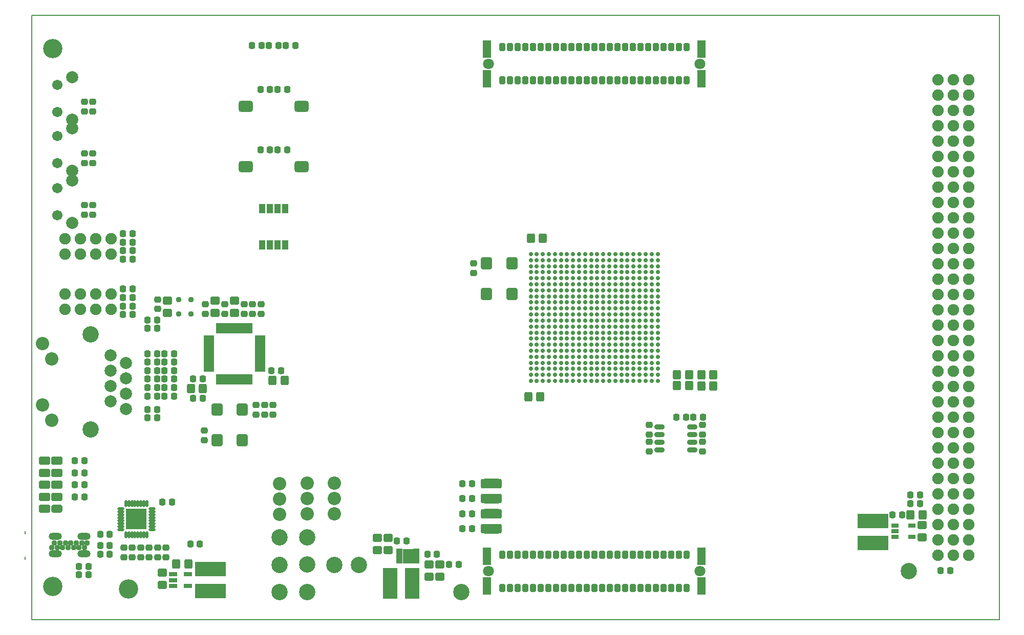
<source format=gts>
G04*
G04 #@! TF.GenerationSoftware,Altium Limited,Altium Designer,19.0.10 (269)*
G04*
G04 Layer_Color=8388736*
%FSLAX44Y44*%
%MOMM*%
G71*
G01*
G75*
%ADD10C,0.1500*%
G04:AMPARAMS|DCode=20|XSize=0.9532mm|YSize=1.1032mm|CornerRadius=0.1954mm|HoleSize=0mm|Usage=FLASHONLY|Rotation=0.000|XOffset=0mm|YOffset=0mm|HoleType=Round|Shape=RoundedRectangle|*
%AMROUNDEDRECTD20*
21,1,0.9532,0.7125,0,0,0.0*
21,1,0.5625,1.1032,0,0,0.0*
1,1,0.3907,0.2813,-0.3563*
1,1,0.3907,-0.2813,-0.3563*
1,1,0.3907,-0.2813,0.3563*
1,1,0.3907,0.2813,0.3563*
%
%ADD20ROUNDEDRECTD20*%
G04:AMPARAMS|DCode=21|XSize=0.8032mm|YSize=1.6032mm|CornerRadius=0.2516mm|HoleSize=0mm|Usage=FLASHONLY|Rotation=0.000|XOffset=0mm|YOffset=0mm|HoleType=Round|Shape=RoundedRectangle|*
%AMROUNDEDRECTD21*
21,1,0.8032,1.1000,0,0,0.0*
21,1,0.3000,1.6032,0,0,0.0*
1,1,0.5032,0.1500,-0.5500*
1,1,0.5032,-0.1500,-0.5500*
1,1,0.5032,-0.1500,0.5500*
1,1,0.5032,0.1500,0.5500*
%
%ADD21ROUNDEDRECTD21*%
G04:AMPARAMS|DCode=22|XSize=1.2032mm|YSize=1.6032mm|CornerRadius=0.3516mm|HoleSize=0mm|Usage=FLASHONLY|Rotation=180.000|XOffset=0mm|YOffset=0mm|HoleType=Round|Shape=RoundedRectangle|*
%AMROUNDEDRECTD22*
21,1,1.2032,0.9000,0,0,180.0*
21,1,0.5000,1.6032,0,0,180.0*
1,1,0.7032,-0.2500,0.4500*
1,1,0.7032,0.2500,0.4500*
1,1,0.7032,0.2500,-0.4500*
1,1,0.7032,-0.2500,-0.4500*
%
%ADD22ROUNDEDRECTD22*%
G04:AMPARAMS|DCode=23|XSize=0.9532mm|YSize=1.1032mm|CornerRadius=0.1954mm|HoleSize=0mm|Usage=FLASHONLY|Rotation=90.000|XOffset=0mm|YOffset=0mm|HoleType=Round|Shape=RoundedRectangle|*
%AMROUNDEDRECTD23*
21,1,0.9532,0.7125,0,0,90.0*
21,1,0.5625,1.1032,0,0,90.0*
1,1,0.3907,0.3563,0.2813*
1,1,0.3907,0.3563,-0.2813*
1,1,0.3907,-0.3563,-0.2813*
1,1,0.3907,-0.3563,0.2813*
%
%ADD23ROUNDEDRECTD23*%
%ADD24R,1.3532X0.8032*%
G04:AMPARAMS|DCode=25|XSize=2.3032mm|YSize=1.8032mm|CornerRadius=0.3016mm|HoleSize=0mm|Usage=FLASHONLY|Rotation=0.000|XOffset=0mm|YOffset=0mm|HoleType=Round|Shape=RoundedRectangle|*
%AMROUNDEDRECTD25*
21,1,2.3032,1.2000,0,0,0.0*
21,1,1.7000,1.8032,0,0,0.0*
1,1,0.6032,0.8500,-0.6000*
1,1,0.6032,-0.8500,-0.6000*
1,1,0.6032,-0.8500,0.6000*
1,1,0.6032,0.8500,0.6000*
%
%ADD25ROUNDEDRECTD25*%
%ADD26R,1.0032X1.5032*%
%ADD27R,5.1032X2.4032*%
%ADD28R,1.2032X0.8032*%
G04:AMPARAMS|DCode=29|XSize=1.3032mm|YSize=1.5532mm|CornerRadius=0.2391mm|HoleSize=0mm|Usage=FLASHONLY|Rotation=180.000|XOffset=0mm|YOffset=0mm|HoleType=Round|Shape=RoundedRectangle|*
%AMROUNDEDRECTD29*
21,1,1.3032,1.0750,0,0,180.0*
21,1,0.8250,1.5532,0,0,180.0*
1,1,0.4782,-0.4125,0.5375*
1,1,0.4782,0.4125,0.5375*
1,1,0.4782,0.4125,-0.5375*
1,1,0.4782,-0.4125,-0.5375*
%
%ADD29ROUNDEDRECTD29*%
G04:AMPARAMS|DCode=30|XSize=1.3032mm|YSize=1.5532mm|CornerRadius=0.2391mm|HoleSize=0mm|Usage=FLASHONLY|Rotation=270.000|XOffset=0mm|YOffset=0mm|HoleType=Round|Shape=RoundedRectangle|*
%AMROUNDEDRECTD30*
21,1,1.3032,1.0750,0,0,270.0*
21,1,0.8250,1.5532,0,0,270.0*
1,1,0.4782,-0.5375,-0.4125*
1,1,0.4782,-0.5375,0.4125*
1,1,0.4782,0.5375,0.4125*
1,1,0.4782,0.5375,-0.4125*
%
%ADD30ROUNDEDRECTD30*%
%ADD31R,1.0160X0.5080*%
%ADD32R,1.7018X2.4384*%
%ADD33R,2.4032X5.1032*%
G04:AMPARAMS|DCode=34|XSize=2.0032mm|YSize=1.8032mm|CornerRadius=0.3016mm|HoleSize=0mm|Usage=FLASHONLY|Rotation=270.000|XOffset=0mm|YOffset=0mm|HoleType=Round|Shape=RoundedRectangle|*
%AMROUNDEDRECTD34*
21,1,2.0032,1.2000,0,0,270.0*
21,1,1.4000,1.8032,0,0,270.0*
1,1,0.6032,-0.6000,-0.7000*
1,1,0.6032,-0.6000,0.7000*
1,1,0.6032,0.6000,0.7000*
1,1,0.6032,0.6000,-0.7000*
%
%ADD34ROUNDEDRECTD34*%
G04:AMPARAMS|DCode=35|XSize=0.8032mm|YSize=1.6532mm|CornerRadius=0.2516mm|HoleSize=0mm|Usage=FLASHONLY|Rotation=90.000|XOffset=0mm|YOffset=0mm|HoleType=Round|Shape=RoundedRectangle|*
%AMROUNDEDRECTD35*
21,1,0.8032,1.1500,0,0,90.0*
21,1,0.3000,1.6532,0,0,90.0*
1,1,0.5032,0.5750,0.1500*
1,1,0.5032,0.5750,-0.1500*
1,1,0.5032,-0.5750,-0.1500*
1,1,0.5032,-0.5750,0.1500*
%
%ADD35ROUNDEDRECTD35*%
%ADD36R,1.6782X0.5032*%
%ADD37R,0.5032X1.6782*%
G04:AMPARAMS|DCode=38|XSize=0.8032mm|YSize=0.8032mm|CornerRadius=0.1766mm|HoleSize=0mm|Usage=FLASHONLY|Rotation=270.000|XOffset=0mm|YOffset=0mm|HoleType=Round|Shape=RoundedRectangle|*
%AMROUNDEDRECTD38*
21,1,0.8032,0.4500,0,0,270.0*
21,1,0.4500,0.8032,0,0,270.0*
1,1,0.3532,-0.2250,-0.2250*
1,1,0.3532,-0.2250,0.2250*
1,1,0.3532,0.2250,0.2250*
1,1,0.3532,0.2250,-0.2250*
%
%ADD38ROUNDEDRECTD38*%
%ADD39R,3.4032X3.4032*%
G04:AMPARAMS|DCode=40|XSize=1.1032mm|YSize=0.4832mm|CornerRadius=0.1716mm|HoleSize=0mm|Usage=FLASHONLY|Rotation=0.000|XOffset=0mm|YOffset=0mm|HoleType=Round|Shape=RoundedRectangle|*
%AMROUNDEDRECTD40*
21,1,1.1032,0.1400,0,0,0.0*
21,1,0.7600,0.4832,0,0,0.0*
1,1,0.3432,0.3800,-0.0700*
1,1,0.3432,-0.3800,-0.0700*
1,1,0.3432,-0.3800,0.0700*
1,1,0.3432,0.3800,0.0700*
%
%ADD40ROUNDEDRECTD40*%
G04:AMPARAMS|DCode=41|XSize=1.1032mm|YSize=0.4832mm|CornerRadius=0.1716mm|HoleSize=0mm|Usage=FLASHONLY|Rotation=90.000|XOffset=0mm|YOffset=0mm|HoleType=Round|Shape=RoundedRectangle|*
%AMROUNDEDRECTD41*
21,1,1.1032,0.1400,0,0,90.0*
21,1,0.7600,0.4832,0,0,90.0*
1,1,0.3432,0.0700,0.3800*
1,1,0.3432,0.0700,-0.3800*
1,1,0.3432,-0.0700,-0.3800*
1,1,0.3432,-0.0700,0.3800*
%
%ADD41ROUNDEDRECTD41*%
%ADD42C,0.7432*%
%ADD43R,1.4032X2.9032*%
G04:AMPARAMS|DCode=44|XSize=1.0032mm|YSize=1.3032mm|CornerRadius=0.2016mm|HoleSize=0mm|Usage=FLASHONLY|Rotation=180.000|XOffset=0mm|YOffset=0mm|HoleType=Round|Shape=RoundedRectangle|*
%AMROUNDEDRECTD44*
21,1,1.0032,0.9000,0,0,180.0*
21,1,0.6000,1.3032,0,0,180.0*
1,1,0.4032,-0.3000,0.4500*
1,1,0.4032,0.3000,0.4500*
1,1,0.4032,0.3000,-0.4500*
1,1,0.4032,-0.3000,-0.4500*
%
%ADD44ROUNDEDRECTD44*%
%ADD45C,2.7032*%
%ADD46C,2.2032*%
%ADD47C,3.2032*%
%ADD48C,1.9032*%
%ADD49C,1.7032*%
%ADD50C,2.0032*%
%ADD51C,1.8032*%
G04:AMPARAMS|DCode=52|XSize=1.4224mm|YSize=1.9304mm|CornerRadius=0.4064mm|HoleSize=0mm|Usage=FLASHONLY|Rotation=270.000|XOffset=0mm|YOffset=0mm|HoleType=Round|Shape=RoundedRectangle|*
%AMROUNDEDRECTD52*
21,1,1.4224,1.1176,0,0,270.0*
21,1,0.6096,1.9304,0,0,270.0*
1,1,0.8128,-0.5588,-0.3048*
1,1,0.8128,-0.5588,0.3048*
1,1,0.8128,0.5588,0.3048*
1,1,0.8128,0.5588,-0.3048*
%
%ADD52ROUNDEDRECTD52*%
G04:AMPARAMS|DCode=53|XSize=1.4224mm|YSize=1.9304mm|CornerRadius=0mm|HoleSize=0mm|Usage=FLASHONLY|Rotation=270.000|XOffset=0mm|YOffset=0mm|HoleType=Round|Shape=Octagon|*
%AMOCTAGOND53*
4,1,8,0.9652,0.3556,0.9652,-0.3556,0.6096,-0.7112,-0.6096,-0.7112,-0.9652,-0.3556,-0.9652,0.3556,-0.6096,0.7112,0.6096,0.7112,0.9652,0.3556,0.0*
%
%ADD53OCTAGOND53*%

%ADD54O,2.2032X1.2032*%
%ADD55C,0.9532*%
%ADD56C,0.8032*%
G36*
X772001Y142001D02*
Y158001D01*
X748000D01*
Y142001D01*
X772001Y142001D01*
D02*
G37*
G36*
Y167001D02*
Y183001D01*
X748000D01*
Y167001D01*
X772001Y167001D01*
D02*
G37*
G36*
Y192001D02*
Y208001D01*
X748000D01*
Y192001D01*
X772001Y192001D01*
D02*
G37*
G36*
Y217001D02*
Y233001D01*
X748000D01*
Y217001D01*
X772001Y217001D01*
D02*
G37*
D10*
X0Y0D02*
X1600000D01*
Y1000000D01*
X0D02*
X1600000D01*
X0Y0D02*
Y1000000D01*
X-11500Y99900D02*
Y103900D01*
Y141900D02*
Y145900D01*
D20*
X207000Y412000D02*
D03*
X191000D02*
D03*
X728000Y150000D02*
D03*
X712000D02*
D03*
X728000Y175000D02*
D03*
X712000D02*
D03*
X728000Y200000D02*
D03*
X712000D02*
D03*
X728001Y225001D02*
D03*
X712001D02*
D03*
X436000Y950000D02*
D03*
X420000D02*
D03*
X380000D02*
D03*
X364000D02*
D03*
X394000Y878000D02*
D03*
X378000D02*
D03*
X394000Y778000D02*
D03*
X378000D02*
D03*
X422000Y878000D02*
D03*
X406000D02*
D03*
X422000Y778000D02*
D03*
X406000D02*
D03*
X654000Y108000D02*
D03*
X670000D02*
D03*
X232000Y194000D02*
D03*
X216000D02*
D03*
X1110000Y335000D02*
D03*
X1094000D02*
D03*
X167000Y519000D02*
D03*
X151000D02*
D03*
X167000Y610700D02*
D03*
X151000D02*
D03*
X167000Y505000D02*
D03*
X151000D02*
D03*
X167000Y596700D02*
D03*
X151000D02*
D03*
X167000Y533000D02*
D03*
X151000D02*
D03*
X167000Y624700D02*
D03*
X151000D02*
D03*
X167000Y547000D02*
D03*
X151000D02*
D03*
X167000Y638700D02*
D03*
X151000D02*
D03*
X1439000Y173000D02*
D03*
X1423000D02*
D03*
X604000Y130000D02*
D03*
X620000D02*
D03*
X690000Y91000D02*
D03*
X706000D02*
D03*
X262000Y125000D02*
D03*
X278000D02*
D03*
X1066000Y335000D02*
D03*
X1082000D02*
D03*
X407999Y949999D02*
D03*
X391999D02*
D03*
X219000Y398000D02*
D03*
X235000D02*
D03*
X219000Y440000D02*
D03*
X235000D02*
D03*
Y412000D02*
D03*
X219000D02*
D03*
X235000Y426000D02*
D03*
X219000D02*
D03*
X191000Y398000D02*
D03*
X207000D02*
D03*
X191000Y426000D02*
D03*
X207000D02*
D03*
X191000Y440000D02*
D03*
X207000D02*
D03*
X191000Y384000D02*
D03*
X207000D02*
D03*
X191000Y370000D02*
D03*
X207000D02*
D03*
X207000Y482000D02*
D03*
X191000D02*
D03*
X207000Y496000D02*
D03*
X191000D02*
D03*
X207000Y334000D02*
D03*
X191000D02*
D03*
Y348000D02*
D03*
X207000D02*
D03*
X283000Y366000D02*
D03*
X267000D02*
D03*
X235000Y370000D02*
D03*
X219000D02*
D03*
X235000Y384000D02*
D03*
X219000D02*
D03*
X267000Y398000D02*
D03*
X283000D02*
D03*
X412000Y412200D02*
D03*
X396000D02*
D03*
X71000Y203000D02*
D03*
X87000D02*
D03*
X71000Y223000D02*
D03*
X87000D02*
D03*
X71000Y243000D02*
D03*
X87000D02*
D03*
X71000Y263000D02*
D03*
X87000D02*
D03*
X1469000Y206000D02*
D03*
X1453000D02*
D03*
X1469000Y192000D02*
D03*
X1453000D02*
D03*
X1519000Y81000D02*
D03*
X1503000D02*
D03*
X78000Y74000D02*
D03*
X94000D02*
D03*
X113000Y108000D02*
D03*
X129000D02*
D03*
X78000Y88000D02*
D03*
X94000D02*
D03*
X113000Y141000D02*
D03*
X129000D02*
D03*
Y122000D02*
D03*
X113000D02*
D03*
D21*
X747000Y150000D02*
D03*
X773000D02*
D03*
X747000Y175000D02*
D03*
X773000D02*
D03*
X747000Y200000D02*
D03*
X773000D02*
D03*
X747000Y225000D02*
D03*
X773000D02*
D03*
D22*
X760000Y150000D02*
D03*
Y175000D02*
D03*
Y200000D02*
D03*
Y225000D02*
D03*
D23*
X87000Y841000D02*
D03*
Y857000D02*
D03*
Y670000D02*
D03*
Y686000D02*
D03*
Y756000D02*
D03*
Y772000D02*
D03*
X166000Y103000D02*
D03*
Y119000D02*
D03*
X152000Y103000D02*
D03*
Y119000D02*
D03*
X222000Y103000D02*
D03*
Y119000D02*
D03*
X208000Y103000D02*
D03*
Y119000D02*
D03*
X731000Y574000D02*
D03*
Y590000D02*
D03*
X101000Y857000D02*
D03*
Y841000D02*
D03*
Y686000D02*
D03*
Y670000D02*
D03*
Y772000D02*
D03*
Y756000D02*
D03*
X1109000Y306000D02*
D03*
Y322000D02*
D03*
X1021000Y322000D02*
D03*
Y306000D02*
D03*
Y294000D02*
D03*
Y278000D02*
D03*
X1109000D02*
D03*
Y294000D02*
D03*
X208000Y514000D02*
D03*
Y530000D02*
D03*
X285000Y313000D02*
D03*
Y297000D02*
D03*
X399000Y355000D02*
D03*
Y339000D02*
D03*
X371000D02*
D03*
Y355000D02*
D03*
X385000Y339000D02*
D03*
Y355000D02*
D03*
X319000Y522000D02*
D03*
Y506000D02*
D03*
X287000Y506000D02*
D03*
Y522000D02*
D03*
X365000D02*
D03*
Y506000D02*
D03*
X351000Y522000D02*
D03*
Y506000D02*
D03*
X379000D02*
D03*
Y522000D02*
D03*
X180001Y118999D02*
D03*
Y102999D02*
D03*
X194000Y119000D02*
D03*
Y103000D02*
D03*
D24*
X258500Y74700D02*
D03*
Y55700D02*
D03*
X233500D02*
D03*
Y65200D02*
D03*
Y74700D02*
D03*
D25*
X446500Y750000D02*
D03*
X353500D02*
D03*
X446500Y850000D02*
D03*
X353500D02*
D03*
D26*
X419050Y620000D02*
D03*
X406350D02*
D03*
Y680000D02*
D03*
X419050D02*
D03*
X393650D02*
D03*
X380950D02*
D03*
Y620000D02*
D03*
X393650D02*
D03*
D27*
X1391000Y127000D02*
D03*
Y163000D02*
D03*
X295000Y47200D02*
D03*
Y83200D02*
D03*
D28*
X1455000Y155500D02*
D03*
Y136500D02*
D03*
X1427000D02*
D03*
Y146000D02*
D03*
Y155500D02*
D03*
D29*
X1473000Y173000D02*
D03*
X1453000D02*
D03*
X239000Y92000D02*
D03*
X259000D02*
D03*
X1087000Y387000D02*
D03*
X1067000D02*
D03*
X845000Y631000D02*
D03*
X825000D02*
D03*
X1067000Y405000D02*
D03*
X1087000D02*
D03*
X1107000Y386800D02*
D03*
X1127000D02*
D03*
Y405000D02*
D03*
X1107000D02*
D03*
X821000Y369000D02*
D03*
X841000D02*
D03*
X263000Y382000D02*
D03*
X283000D02*
D03*
X418000Y396000D02*
D03*
X398000D02*
D03*
D30*
X1472000Y156000D02*
D03*
Y136000D02*
D03*
X571000Y115000D02*
D03*
Y135000D02*
D03*
X589000D02*
D03*
Y115000D02*
D03*
X675000Y71000D02*
D03*
Y91000D02*
D03*
X657000Y71000D02*
D03*
Y91000D02*
D03*
X216000Y57200D02*
D03*
Y77200D02*
D03*
X224000Y528000D02*
D03*
Y508000D02*
D03*
X303000D02*
D03*
Y528000D02*
D03*
X335000D02*
D03*
Y508000D02*
D03*
D31*
X608030Y114906D02*
D03*
Y110080D02*
D03*
Y105000D02*
D03*
Y99920D02*
D03*
Y95094D02*
D03*
X635970D02*
D03*
Y99920D02*
D03*
Y105000D02*
D03*
Y110080D02*
D03*
Y114906D02*
D03*
D32*
X622000Y105000D02*
D03*
D33*
X593000Y60000D02*
D03*
X629000D02*
D03*
D34*
X752000Y589400D02*
D03*
X794000Y538600D02*
D03*
Y589400D02*
D03*
X752000Y538600D02*
D03*
X348000Y296600D02*
D03*
X306000Y347400D02*
D03*
Y296600D02*
D03*
X348000Y347400D02*
D03*
D35*
X1092250Y280950D02*
D03*
Y293650D02*
D03*
Y306350D02*
D03*
Y319050D02*
D03*
X1037750Y280950D02*
D03*
Y293650D02*
D03*
Y306350D02*
D03*
Y319050D02*
D03*
D36*
X292620Y467500D02*
D03*
Y462500D02*
D03*
Y457500D02*
D03*
Y452500D02*
D03*
Y447500D02*
D03*
Y442500D02*
D03*
Y437500D02*
D03*
Y432500D02*
D03*
Y427500D02*
D03*
Y422500D02*
D03*
Y417500D02*
D03*
Y412500D02*
D03*
X377380D02*
D03*
Y417500D02*
D03*
Y422500D02*
D03*
Y427500D02*
D03*
Y432500D02*
D03*
Y437500D02*
D03*
Y442500D02*
D03*
Y447500D02*
D03*
Y452500D02*
D03*
Y457500D02*
D03*
Y462500D02*
D03*
Y467500D02*
D03*
D37*
X307500Y397620D02*
D03*
X312500D02*
D03*
X317500D02*
D03*
X322500D02*
D03*
X327500D02*
D03*
X332500D02*
D03*
X337500D02*
D03*
X342500D02*
D03*
X347500D02*
D03*
X352500D02*
D03*
X357500D02*
D03*
X362500D02*
D03*
Y482380D02*
D03*
X357500D02*
D03*
X352500D02*
D03*
X347500D02*
D03*
X342500D02*
D03*
X337500D02*
D03*
X332500D02*
D03*
X327500D02*
D03*
X322500D02*
D03*
X317500D02*
D03*
X312500D02*
D03*
X307500D02*
D03*
D38*
X242999Y530000D02*
D03*
Y506000D02*
D03*
X262999Y530000D02*
D03*
Y506000D02*
D03*
D39*
X173000Y166000D02*
D03*
D40*
X198500Y168500D02*
D03*
Y173500D02*
D03*
X147500Y168500D02*
D03*
Y173500D02*
D03*
X198500Y163500D02*
D03*
Y158500D02*
D03*
Y153500D02*
D03*
Y148500D02*
D03*
X147500Y163500D02*
D03*
Y148500D02*
D03*
Y153500D02*
D03*
Y158500D02*
D03*
X198500Y183500D02*
D03*
Y178500D02*
D03*
X147500D02*
D03*
Y183500D02*
D03*
D41*
X160500Y140500D02*
D03*
Y191500D02*
D03*
X165500Y140500D02*
D03*
X190500D02*
D03*
X185500D02*
D03*
X180500D02*
D03*
X175500D02*
D03*
X170500D02*
D03*
X155500D02*
D03*
X165500Y191500D02*
D03*
X170500D02*
D03*
X175500D02*
D03*
X180500D02*
D03*
X185500D02*
D03*
X190500D02*
D03*
X155500D02*
D03*
D42*
X1035000Y585000D02*
D03*
X1025000D02*
D03*
X1015000D02*
D03*
X1005000D02*
D03*
X995000D02*
D03*
X985000D02*
D03*
X975000D02*
D03*
X965000D02*
D03*
X955000D02*
D03*
X945000D02*
D03*
X935000D02*
D03*
X925000D02*
D03*
X915000D02*
D03*
X905000D02*
D03*
X895000D02*
D03*
X885000D02*
D03*
X875000D02*
D03*
X865000D02*
D03*
X855000D02*
D03*
X845000D02*
D03*
X835000D02*
D03*
X825000D02*
D03*
X1035000Y595000D02*
D03*
X1025000D02*
D03*
X1015000D02*
D03*
X1005000D02*
D03*
X995000D02*
D03*
X985000D02*
D03*
X975000D02*
D03*
X965000D02*
D03*
X955000D02*
D03*
X945000D02*
D03*
X935000D02*
D03*
X925000D02*
D03*
X915000D02*
D03*
X905000D02*
D03*
X895000D02*
D03*
X885000D02*
D03*
X875000D02*
D03*
X865000D02*
D03*
X855000D02*
D03*
X845000D02*
D03*
X835000D02*
D03*
X825000D02*
D03*
Y605000D02*
D03*
X835000D02*
D03*
X845000D02*
D03*
X855000D02*
D03*
X865000D02*
D03*
X875000D02*
D03*
X885000D02*
D03*
X895000D02*
D03*
X905000D02*
D03*
X915000D02*
D03*
X925000D02*
D03*
X935000D02*
D03*
X945000D02*
D03*
X955000D02*
D03*
X965000D02*
D03*
X975000D02*
D03*
X985000D02*
D03*
X995000D02*
D03*
X1005000D02*
D03*
X1015000D02*
D03*
X1025000D02*
D03*
X1035000D02*
D03*
X825000Y575000D02*
D03*
X835000D02*
D03*
X845000D02*
D03*
X855000D02*
D03*
X865000D02*
D03*
X875000D02*
D03*
X885000D02*
D03*
X895000D02*
D03*
X905000D02*
D03*
X915000D02*
D03*
X925000D02*
D03*
X935000D02*
D03*
X945000D02*
D03*
X955000D02*
D03*
X965000D02*
D03*
X975000D02*
D03*
X985000D02*
D03*
X995000D02*
D03*
X1005000D02*
D03*
X1015000D02*
D03*
X1025000D02*
D03*
X1035000D02*
D03*
X825000Y565000D02*
D03*
X835000D02*
D03*
X845000D02*
D03*
X855000D02*
D03*
X865000D02*
D03*
X875000D02*
D03*
X885000D02*
D03*
X895000D02*
D03*
X905000D02*
D03*
X915000D02*
D03*
X925000D02*
D03*
X935000D02*
D03*
X945000D02*
D03*
X955000D02*
D03*
X965000D02*
D03*
X975000D02*
D03*
X985000D02*
D03*
X995000D02*
D03*
X1005000D02*
D03*
X1015000D02*
D03*
X1025000D02*
D03*
X1035000D02*
D03*
X825000Y555000D02*
D03*
X835000D02*
D03*
X845000D02*
D03*
X855000D02*
D03*
X865000D02*
D03*
X875000D02*
D03*
X885000D02*
D03*
X895000D02*
D03*
X905000D02*
D03*
X915000D02*
D03*
X925000D02*
D03*
X935000D02*
D03*
X945000D02*
D03*
X955000D02*
D03*
X965000D02*
D03*
X975000D02*
D03*
X985000D02*
D03*
X995000D02*
D03*
X1005000D02*
D03*
X1015000D02*
D03*
X1025000D02*
D03*
X1035000D02*
D03*
X825000Y545000D02*
D03*
X835000D02*
D03*
X845000D02*
D03*
X855000D02*
D03*
X865000D02*
D03*
X875000D02*
D03*
X885000D02*
D03*
X895000D02*
D03*
X905000D02*
D03*
X915000D02*
D03*
X925000D02*
D03*
X935000D02*
D03*
X945000D02*
D03*
X955000D02*
D03*
X965000D02*
D03*
X975000D02*
D03*
X985000D02*
D03*
X995000D02*
D03*
X1005000D02*
D03*
X1015000D02*
D03*
X1025000D02*
D03*
X1035000D02*
D03*
X825000Y535000D02*
D03*
X835000D02*
D03*
X845000D02*
D03*
X855000D02*
D03*
X865000D02*
D03*
X875000D02*
D03*
X885000D02*
D03*
X895000D02*
D03*
X905000D02*
D03*
X915000D02*
D03*
X925000D02*
D03*
X935000D02*
D03*
X945000D02*
D03*
X955000D02*
D03*
X965000D02*
D03*
X975000D02*
D03*
X985000D02*
D03*
X995000D02*
D03*
X1005000D02*
D03*
X1015000D02*
D03*
X1025000D02*
D03*
X1035000D02*
D03*
X825000Y525000D02*
D03*
X835000D02*
D03*
X845000D02*
D03*
X855000D02*
D03*
X865000D02*
D03*
X875000D02*
D03*
X885000D02*
D03*
X895000D02*
D03*
X905000D02*
D03*
X915000D02*
D03*
X925000D02*
D03*
X935000D02*
D03*
X945000D02*
D03*
X955000D02*
D03*
X965000D02*
D03*
X975000D02*
D03*
X985000D02*
D03*
X995000D02*
D03*
X1005000D02*
D03*
X1015000D02*
D03*
X1025000D02*
D03*
X1035000D02*
D03*
X825000Y515000D02*
D03*
X835000D02*
D03*
X845000D02*
D03*
X855000D02*
D03*
X865000D02*
D03*
X875000D02*
D03*
X885000D02*
D03*
X895000D02*
D03*
X905000D02*
D03*
X915000D02*
D03*
X925000D02*
D03*
X935000D02*
D03*
X945000D02*
D03*
X955000D02*
D03*
X965000D02*
D03*
X975000D02*
D03*
X985000D02*
D03*
X995000D02*
D03*
X1005000D02*
D03*
X1015000D02*
D03*
X1025000D02*
D03*
X1035000D02*
D03*
X825000Y505000D02*
D03*
X835000D02*
D03*
X845000D02*
D03*
X855000D02*
D03*
X865000D02*
D03*
X875000D02*
D03*
X885000D02*
D03*
X895000D02*
D03*
X905000D02*
D03*
X915000D02*
D03*
X925000D02*
D03*
X935000D02*
D03*
X945000D02*
D03*
X955000D02*
D03*
X965000D02*
D03*
X975000D02*
D03*
X985000D02*
D03*
X995000D02*
D03*
X1005000D02*
D03*
X1015000D02*
D03*
X1025000D02*
D03*
X1035000D02*
D03*
X825000Y495000D02*
D03*
X835000D02*
D03*
X845000D02*
D03*
X855000D02*
D03*
X865000D02*
D03*
X875000D02*
D03*
X885000D02*
D03*
X895000D02*
D03*
X905000D02*
D03*
X915000D02*
D03*
X925000D02*
D03*
X935000D02*
D03*
X945000D02*
D03*
X955000D02*
D03*
X965000D02*
D03*
X975000D02*
D03*
X985000D02*
D03*
X995000D02*
D03*
X1005000D02*
D03*
X1015000D02*
D03*
X1025000D02*
D03*
X1035000D02*
D03*
X825000Y485000D02*
D03*
X835000D02*
D03*
X845000D02*
D03*
X855000D02*
D03*
X865000D02*
D03*
X875000D02*
D03*
X885000D02*
D03*
X895000D02*
D03*
X905000D02*
D03*
X915000D02*
D03*
X925000D02*
D03*
X935000D02*
D03*
X945000D02*
D03*
X955000D02*
D03*
X965000D02*
D03*
X975000D02*
D03*
X985000D02*
D03*
X995000D02*
D03*
X1005000D02*
D03*
X1015000D02*
D03*
X1025000D02*
D03*
X1035000D02*
D03*
X825000Y475000D02*
D03*
X835000D02*
D03*
X845000D02*
D03*
X855000D02*
D03*
X865000D02*
D03*
X875000D02*
D03*
X885000D02*
D03*
X895000D02*
D03*
X905000D02*
D03*
X915000D02*
D03*
X925000D02*
D03*
X935000D02*
D03*
X945000D02*
D03*
X955000D02*
D03*
X965000D02*
D03*
X975000D02*
D03*
X985000D02*
D03*
X995000D02*
D03*
X1005000D02*
D03*
X1015000D02*
D03*
X1025000D02*
D03*
X1035000D02*
D03*
X825000Y465000D02*
D03*
X835000D02*
D03*
X845000D02*
D03*
X855000D02*
D03*
X865000D02*
D03*
X875000D02*
D03*
X885000D02*
D03*
X895000D02*
D03*
X905000D02*
D03*
X915000D02*
D03*
X925000D02*
D03*
X935000D02*
D03*
X945000D02*
D03*
X955000D02*
D03*
X965000D02*
D03*
X975000D02*
D03*
X985000D02*
D03*
X995000D02*
D03*
X1005000D02*
D03*
X1015000D02*
D03*
X1025000D02*
D03*
X1035000D02*
D03*
X825000Y455000D02*
D03*
X835000D02*
D03*
X845000D02*
D03*
X855000D02*
D03*
X865000D02*
D03*
X875000D02*
D03*
X885000D02*
D03*
X895000D02*
D03*
X905000D02*
D03*
X915000D02*
D03*
X925000D02*
D03*
X935000D02*
D03*
X945000D02*
D03*
X955000D02*
D03*
X965000D02*
D03*
X975000D02*
D03*
X985000D02*
D03*
X995000D02*
D03*
X1005000D02*
D03*
X1015000D02*
D03*
X1025000D02*
D03*
X1035000D02*
D03*
X825000Y445000D02*
D03*
X835000D02*
D03*
X845000D02*
D03*
X855000D02*
D03*
X865000D02*
D03*
X875000D02*
D03*
X885000D02*
D03*
X895000D02*
D03*
X905000D02*
D03*
X915000D02*
D03*
X925000D02*
D03*
X935000D02*
D03*
X945000D02*
D03*
X955000D02*
D03*
X965000D02*
D03*
X975000D02*
D03*
X985000D02*
D03*
X995000D02*
D03*
X1005000D02*
D03*
X1015000D02*
D03*
X1025000D02*
D03*
X1035000D02*
D03*
X825000Y435000D02*
D03*
X835000D02*
D03*
X845000D02*
D03*
X855000D02*
D03*
X865000D02*
D03*
X875000D02*
D03*
X885000D02*
D03*
X895000D02*
D03*
X905000D02*
D03*
X915000D02*
D03*
X925000D02*
D03*
X935000D02*
D03*
X945000D02*
D03*
X955000D02*
D03*
X965000D02*
D03*
X975000D02*
D03*
X985000D02*
D03*
X995000D02*
D03*
X1005000D02*
D03*
X1015000D02*
D03*
X1025000D02*
D03*
X1035000D02*
D03*
X825000Y425000D02*
D03*
X835000D02*
D03*
X845000D02*
D03*
X855000D02*
D03*
X865000D02*
D03*
X875000D02*
D03*
X885000D02*
D03*
X895000D02*
D03*
X905000D02*
D03*
X915000D02*
D03*
X925000D02*
D03*
X935000D02*
D03*
X945000D02*
D03*
X955000D02*
D03*
X965000D02*
D03*
X975000D02*
D03*
X985000D02*
D03*
X995000D02*
D03*
X1005000D02*
D03*
X1015000D02*
D03*
X1025000D02*
D03*
X1035000D02*
D03*
X825000Y415000D02*
D03*
X835000D02*
D03*
X845000D02*
D03*
X855000D02*
D03*
X865000D02*
D03*
X875000D02*
D03*
X885000D02*
D03*
X895000D02*
D03*
X905000D02*
D03*
X915000D02*
D03*
X925000D02*
D03*
X935000D02*
D03*
X945000D02*
D03*
X955000D02*
D03*
X965000D02*
D03*
X975000D02*
D03*
X985000D02*
D03*
X995000D02*
D03*
X1005000D02*
D03*
X1015000D02*
D03*
X1025000D02*
D03*
X1035000D02*
D03*
X825000Y405000D02*
D03*
X835000D02*
D03*
X845000D02*
D03*
X855000D02*
D03*
X865000D02*
D03*
X875000D02*
D03*
X885000D02*
D03*
X895000D02*
D03*
X905000D02*
D03*
X915000D02*
D03*
X925000D02*
D03*
X935000D02*
D03*
X945000D02*
D03*
X955000D02*
D03*
X965000D02*
D03*
X975000D02*
D03*
X985000D02*
D03*
X995000D02*
D03*
X1005000D02*
D03*
X1015000D02*
D03*
X1025000D02*
D03*
X1035000D02*
D03*
X825000Y395000D02*
D03*
X835000D02*
D03*
X845000D02*
D03*
X855000D02*
D03*
X865000D02*
D03*
X875000D02*
D03*
X885000D02*
D03*
X895000D02*
D03*
X905000D02*
D03*
X915000D02*
D03*
X925000D02*
D03*
X935000D02*
D03*
X945000D02*
D03*
X955000D02*
D03*
X965000D02*
D03*
X975000D02*
D03*
X985000D02*
D03*
X995000D02*
D03*
X1005000D02*
D03*
X1015000D02*
D03*
X1025000D02*
D03*
X1035000D02*
D03*
D43*
X752500Y944500D02*
D03*
Y895500D02*
D03*
X1107500Y944500D02*
D03*
Y895500D02*
D03*
X752500Y104500D02*
D03*
Y55500D02*
D03*
X1107500Y104500D02*
D03*
Y55500D02*
D03*
D44*
X1082400Y892500D02*
D03*
Y947500D02*
D03*
X1069700D02*
D03*
X1031600D02*
D03*
X1069700Y892500D02*
D03*
X1057000D02*
D03*
X1044300D02*
D03*
X1031600D02*
D03*
X1057000Y947500D02*
D03*
X1044300D02*
D03*
X1018900D02*
D03*
X1006200D02*
D03*
X993500D02*
D03*
X980800D02*
D03*
X968100D02*
D03*
X955400D02*
D03*
X942700D02*
D03*
X930000D02*
D03*
X917300D02*
D03*
X904600D02*
D03*
X891900D02*
D03*
X879200D02*
D03*
X866500D02*
D03*
X853800D02*
D03*
X841100D02*
D03*
X828400D02*
D03*
X815700D02*
D03*
X803000D02*
D03*
X790300D02*
D03*
X777600D02*
D03*
D03*
X1018900Y892500D02*
D03*
X1006200D02*
D03*
X993500D02*
D03*
X980800D02*
D03*
X968100D02*
D03*
X955400D02*
D03*
X942700D02*
D03*
X930000D02*
D03*
X917300D02*
D03*
X904600D02*
D03*
X891900D02*
D03*
X879200D02*
D03*
X866500D02*
D03*
X853800D02*
D03*
X841100D02*
D03*
X828400D02*
D03*
X815700D02*
D03*
X803000D02*
D03*
X790300D02*
D03*
X777600D02*
D03*
D03*
X1082400Y52500D02*
D03*
Y107500D02*
D03*
X1069700D02*
D03*
X1031600D02*
D03*
X1069700Y52500D02*
D03*
X1057000D02*
D03*
X1044300D02*
D03*
X1031600D02*
D03*
X1057000Y107500D02*
D03*
X1044300D02*
D03*
X1018900D02*
D03*
X1006200D02*
D03*
X993500D02*
D03*
X980800D02*
D03*
X968100D02*
D03*
X955400D02*
D03*
X942700D02*
D03*
X930000D02*
D03*
X917300D02*
D03*
X904600D02*
D03*
X891900D02*
D03*
X879200D02*
D03*
X866500D02*
D03*
X853800D02*
D03*
X841100D02*
D03*
X828400D02*
D03*
X815700D02*
D03*
X803000D02*
D03*
X790300D02*
D03*
X777600D02*
D03*
D03*
X1018900Y52500D02*
D03*
X1006200D02*
D03*
X993500D02*
D03*
X980800D02*
D03*
X968100D02*
D03*
X955400D02*
D03*
X942700D02*
D03*
X930000D02*
D03*
X917300D02*
D03*
X904600D02*
D03*
X891900D02*
D03*
X879200D02*
D03*
X866500D02*
D03*
X853800D02*
D03*
X841100D02*
D03*
X828400D02*
D03*
X815700D02*
D03*
X803000D02*
D03*
X790300D02*
D03*
X777600D02*
D03*
D03*
D45*
X541000Y90000D02*
D03*
X455000Y45000D02*
D03*
X410000Y44996D02*
D03*
X97480Y471890D02*
D03*
Y314410D02*
D03*
X1450000Y80000D02*
D03*
X410000Y90000D02*
D03*
X710000Y45000D02*
D03*
X500000Y90000D02*
D03*
X455000Y136000D02*
D03*
X410000D02*
D03*
X455000Y91000D02*
D03*
D46*
Y200000D02*
D03*
X455000Y225400D02*
D03*
Y174600D02*
D03*
X500000Y200000D02*
D03*
X500000Y225400D02*
D03*
Y174600D02*
D03*
X410000Y199600D02*
D03*
X410000Y225000D02*
D03*
Y174200D02*
D03*
X17978Y456396D02*
D03*
X33218Y329904D02*
D03*
Y430996D02*
D03*
X17978Y355304D02*
D03*
D47*
X160000Y50000D02*
D03*
X35000Y945000D02*
D03*
Y55000D02*
D03*
D48*
X55000Y539000D02*
D03*
Y513600D02*
D03*
X80400D02*
D03*
Y539000D02*
D03*
X131200D02*
D03*
Y513600D02*
D03*
X105800D02*
D03*
Y539000D02*
D03*
X55000Y630700D02*
D03*
Y605300D02*
D03*
X80400D02*
D03*
Y630700D02*
D03*
X131200D02*
D03*
Y605300D02*
D03*
X105800D02*
D03*
Y630700D02*
D03*
X1549000Y894000D02*
D03*
X1498200D02*
D03*
X1549000Y868600D02*
D03*
Y843200D02*
D03*
Y817800D02*
D03*
Y792400D02*
D03*
Y767000D02*
D03*
Y741600D02*
D03*
Y716200D02*
D03*
Y690800D02*
D03*
Y665400D02*
D03*
Y640000D02*
D03*
Y614600D02*
D03*
Y589200D02*
D03*
Y563800D02*
D03*
Y538400D02*
D03*
Y513000D02*
D03*
Y487600D02*
D03*
Y462200D02*
D03*
Y436800D02*
D03*
Y411400D02*
D03*
Y386000D02*
D03*
Y360600D02*
D03*
Y335200D02*
D03*
Y309800D02*
D03*
Y284400D02*
D03*
Y259000D02*
D03*
Y233600D02*
D03*
Y208200D02*
D03*
Y182800D02*
D03*
Y157400D02*
D03*
Y132000D02*
D03*
Y106600D02*
D03*
X1523600Y894000D02*
D03*
Y868600D02*
D03*
Y843200D02*
D03*
Y817800D02*
D03*
Y792400D02*
D03*
Y767000D02*
D03*
Y741600D02*
D03*
Y716200D02*
D03*
Y690800D02*
D03*
Y665400D02*
D03*
Y640000D02*
D03*
Y614600D02*
D03*
Y589200D02*
D03*
Y563800D02*
D03*
Y538400D02*
D03*
Y513000D02*
D03*
Y487600D02*
D03*
Y462200D02*
D03*
Y436800D02*
D03*
Y411400D02*
D03*
Y386000D02*
D03*
Y360600D02*
D03*
Y335200D02*
D03*
Y309800D02*
D03*
Y284400D02*
D03*
Y259000D02*
D03*
Y233600D02*
D03*
Y208200D02*
D03*
Y182800D02*
D03*
Y157400D02*
D03*
Y132000D02*
D03*
Y106600D02*
D03*
X1498200Y868600D02*
D03*
Y843200D02*
D03*
Y817800D02*
D03*
Y792400D02*
D03*
Y767000D02*
D03*
Y741600D02*
D03*
Y716200D02*
D03*
Y690800D02*
D03*
Y665400D02*
D03*
Y640000D02*
D03*
Y614600D02*
D03*
Y589200D02*
D03*
Y563800D02*
D03*
Y538400D02*
D03*
Y513000D02*
D03*
Y487600D02*
D03*
Y462200D02*
D03*
Y436800D02*
D03*
Y411400D02*
D03*
Y386000D02*
D03*
Y360600D02*
D03*
Y335200D02*
D03*
Y309800D02*
D03*
Y284400D02*
D03*
Y259000D02*
D03*
Y233600D02*
D03*
Y208200D02*
D03*
Y182800D02*
D03*
Y157400D02*
D03*
Y132000D02*
D03*
Y106600D02*
D03*
D49*
X42000Y885500D02*
D03*
Y840500D02*
D03*
Y714500D02*
D03*
Y669500D02*
D03*
Y800500D02*
D03*
Y755500D02*
D03*
D50*
X67000Y898000D02*
D03*
Y828000D02*
D03*
Y727000D02*
D03*
Y657000D02*
D03*
Y813000D02*
D03*
Y743000D02*
D03*
X155900Y399500D02*
D03*
X130500Y386800D02*
D03*
X155900Y424900D02*
D03*
X130500Y437600D02*
D03*
Y412200D02*
D03*
X155900Y374100D02*
D03*
Y348700D02*
D03*
X130500Y361400D02*
D03*
D51*
X1104500Y920000D02*
D03*
X755500D02*
D03*
X1104500Y80000D02*
D03*
X755500D02*
D03*
Y920000D02*
D03*
X1104500D02*
D03*
X755500Y80000D02*
D03*
X1104500D02*
D03*
D52*
X41000Y243000D02*
D03*
X21000D02*
D03*
X41000Y263000D02*
D03*
Y203000D02*
D03*
Y223000D02*
D03*
X21000Y263000D02*
D03*
Y203000D02*
D03*
Y223000D02*
D03*
Y183000D02*
D03*
D53*
X41000D02*
D03*
D54*
X86500Y108600D02*
D03*
X38500D02*
D03*
Y137200D02*
D03*
X86500D02*
D03*
D55*
X33000Y119000D02*
D03*
X42000D02*
D03*
X51000D02*
D03*
X60000D02*
D03*
X69000D02*
D03*
X37500Y126800D02*
D03*
X46500D02*
D03*
X55500D02*
D03*
X64500D02*
D03*
X73500D02*
D03*
X78000Y119000D02*
D03*
X82500Y126800D02*
D03*
X87000Y119000D02*
D03*
X91500Y126800D02*
D03*
D56*
X163000Y176000D02*
D03*
Y156000D02*
D03*
X183000D02*
D03*
Y176000D02*
D03*
X173000Y166000D02*
D03*
M02*

</source>
